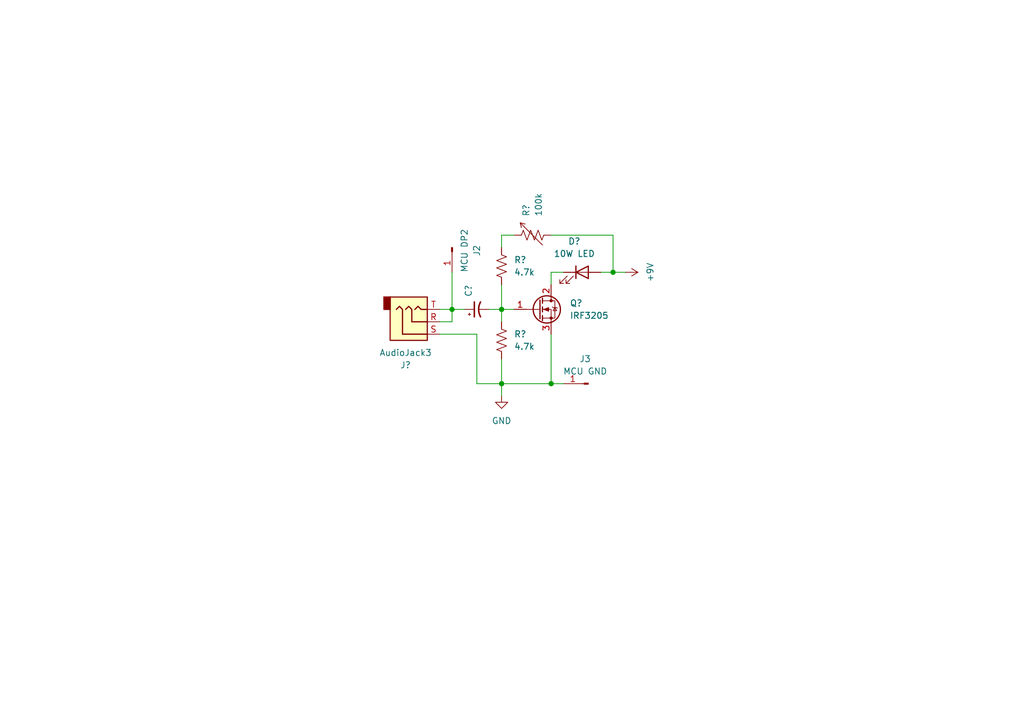
<source format=kicad_sch>
(kicad_sch (version 20231120) (generator "eeschema") (generator_version "8.0")
  (paper "A5")
  (title_block (title "VOLF Enhanced Transmitter") (date "2024-09-26") (rev "1.0") (comment 1 "This schematic depicts a \"demo\" board with a 10W LED and 9V power supply"))
  (lib_symbols
    (symbol "Connector:Conn_01x01_Pin" (pin_names (offset 1.016) hide)
      (property "Reference" "J" (at 0 2.54 0))
      (property "Value" "Conn_01x01_Pin" (at 0 -2.54 0))
      (symbol "Conn_01x01_Pin_1_1"
        (polyline (pts (xy 1.27 0) (xy 0.8636 0)) (stroke (width 0.1524)))
        (rectangle (start 0.8636 0.127) (end 0 -0.127) (stroke (width 0.1524)) (fill (type outline)))
        (pin passive line (at 5.08 0 180) (length 3.81) (name "Pin_1") (number "1"))
      )
    )
    (symbol "Connector_Audio:AudioJack3"
      (property "Reference" "J" (at 0 8.89 0))
      (property "Value" "AudioJack3" (at 0 6.35 0))
      (symbol "AudioJack3_0_1"
        (rectangle (start -5.08 -5.08) (end -6.35 -2.54) (stroke (width 0.254)) (fill (type outline)))
        (polyline (pts (xy 0 -2.54) (xy 0.635 -3.175) (xy 1.27 -2.54) (xy 2.54 -2.54)) (stroke (width 0.254)))
        (polyline (pts (xy -1.905 -2.54) (xy -1.27 -3.175) (xy -0.635 -2.54) (xy -0.635 0) (xy 2.54 0)) (stroke (width 0.254)))
        (polyline (pts (xy 2.54 2.54) (xy -2.54 2.54) (xy -2.54 -2.54) (xy -3.175 -3.175) (xy -3.81 -2.54)) (stroke (width 0.254)))
        (rectangle (start 2.54 3.81) (end -5.08 -5.08) (stroke (width 0.254)) (fill (type background)))
      )
      (symbol "AudioJack3_1_1"
        (pin passive line (at 5.08 0 180) (length 2.54) (name "~") (number "R"))
        (pin passive line (at 5.08 2.54 180) (length 2.54) (name "~") (number "S"))
        (pin passive line (at 5.08 -2.54 180) (length 2.54) (name "~") (number "T"))
      )
    )
    (symbol "Device:C_Polarized_Small_US" (pin_numbers hide) (pin_names (offset 0.254) hide)
      (property "Reference" "C" (at 0.254 1.778 0))
      (property "Value" "C_Polarized_Small_US" (at 0.254 -2.032 0))
      (symbol "C_Polarized_Small_US_0_1"
        (polyline (pts (xy -1.524 0.508) (xy 1.524 0.508)) (stroke (width 0.3048)))
        (polyline (pts (xy -1.27 1.524) (xy -0.762 1.524)))
        (polyline (pts (xy -1.016 1.27) (xy -1.016 1.778)))
        (arc (start 1.524 -0.762) (mid 0 -0.3734) (end -1.524 -0.762) (stroke (width 0.3048)))
      )
      (symbol "C_Polarized_Small_US_1_1"
        (pin passive line (at 0 2.54 270) (length 2.032) (name "~") (number "1"))
        (pin passive line (at 0 -2.54 90) (length 2.032) (name "~") (number "2"))
      )
    )
    (symbol "Device:LED" (pin_numbers hide) (pin_names (offset 1.016) hide)
      (property "Reference" "D" (at 0 2.54 0))
      (property "Value" "LED" (at 0 -2.54 0))
      (symbol "LED_0_1"
        (polyline (pts (xy -1.27 -1.27) (xy -1.27 1.27)) (stroke (width 0.254)))
        (polyline (pts (xy -1.27 0) (xy 1.27 0)))
        (polyline (pts (xy 1.27 -1.27) (xy 1.27 1.27) (xy -1.27 0) (xy 1.27 -1.27)) (stroke (width 0.254)))
        (polyline (pts (xy -3.048 -0.762) (xy -4.572 -2.286) (xy -3.81 -2.286) (xy -4.572 -2.286) (xy -4.572 -1.524)))
        (polyline (pts (xy -1.778 -0.762) (xy -3.302 -2.286) (xy -2.54 -2.286) (xy -3.302 -2.286) (xy -3.302 -1.524)))
      )
      (symbol "LED_1_1"
        (pin passive line (at -3.81 0 0) (length 2.54) (name "K") (number "1"))
        (pin passive line (at 3.81 0 180) (length 2.54) (name "A") (number "2"))
      )
    )
    (symbol "Device:R_US" (pin_numbers hide) (pin_names (offset 0))
      (property "Reference" "R" (at 2.54 0 90))
      (property "Value" "R_US" (at -2.54 0 90))
      (symbol "R_US_0_1"
        (polyline (pts (xy 0 -2.286) (xy 0 -2.54)))
        (polyline (pts (xy 0 2.286) (xy 0 2.54)))
        (polyline (pts (xy 0 -0.762) (xy 1.016 -1.143) (xy 0 -1.524) (xy -1.016 -1.905) (xy 0 -2.286)))
        (polyline (pts (xy 0 0.762) (xy 1.016 0.381) (xy 0 0) (xy -1.016 -0.381) (xy 0 -0.762)))
        (polyline (pts (xy 0 2.286) (xy 1.016 1.905) (xy 0 1.524) (xy -1.016 1.143) (xy 0 0.762)))
      )
      (symbol "R_US_1_1"
        (pin passive line (at 0 3.81 270) (length 1.27) (name "~") (number "1"))
        (pin passive line (at 0 -3.81 90) (length 1.27) (name "~") (number "2"))
      )
    )
    (symbol "Device:R_Variable_US" (pin_numbers hide) (pin_names (offset 0))
      (property "Reference" "R" (at 2.54 -2.54 90))
      (property "Value" "R_Variable_US" (at -2.54 -1.27 90))
      (symbol "R_Variable_US_0_1"
        (polyline (pts (xy 0 -2.286) (xy 0 -2.54)))
        (polyline (pts (xy 0 2.286) (xy 0 2.54)))
        (polyline (pts (xy 0 -0.762) (xy 1.016 -1.143) (xy 0 -1.524) (xy -1.016 -1.905) (xy 0 -2.286)))
        (polyline (pts (xy 0 0.762) (xy 1.016 0.381) (xy 0 0) (xy -1.016 -0.381) (xy 0 -0.762)))
        (polyline (pts (xy 0 2.286) (xy 1.016 1.905) (xy 0 1.524) (xy -1.016 1.143) (xy 0 0.762)) (stroke (width 0.1524)))
        (polyline (pts (xy 2.286 1.524) (xy 2.54 2.54) (xy 1.524 2.286) (xy 2.54 2.54) (xy -2.032 -2.032)) (stroke (width 0.1524)))
      )
      (symbol "R_Variable_US_1_1"
        (pin passive line (at 0 3.81 270) (length 1.27) (name "~") (number "1"))
        (pin passive line (at 0 -3.81 90) (length 1.27) (name "~") (number "2"))
      )
    )
    (symbol "Transistor_FET:IRF3205" (pin_names hide)
      (property "Reference" "Q" (at 5.08 1.905 0))
      (property "Value" "IRF3205" (at 5.08 0 0))
      (symbol "IRF3205_0_1"
        (polyline (pts (xy 0.254 0) (xy -2.54 0)))
        (polyline (pts (xy 0.254 1.905) (xy 0.254 -1.905)) (stroke (width 0.254)))
        (polyline (pts (xy 0.762 -1.27) (xy 0.762 -2.286)) (stroke (width 0.254)))
        (polyline (pts (xy 0.762 0.508) (xy 0.762 -0.508)) (stroke (width 0.254)))
        (polyline (pts (xy 0.762 2.286) (xy 0.762 1.27)) (stroke (width 0.254)))
        (polyline (pts (xy 2.54 2.54) (xy 2.54 1.778)))
        (polyline (pts (xy 2.54 -2.54) (xy 2.54 0) (xy 0.762 0)))
        (polyline (pts (xy 0.762 -1.778) (xy 3.302 -1.778) (xy 3.302 1.778) (xy 0.762 1.778)))
        (polyline (pts (xy 1.016 0) (xy 2.032 0.381) (xy 2.032 -0.381) (xy 1.016 0)) (fill (type outline)))
        (polyline (pts (xy 2.794 0.508) (xy 2.921 0.381) (xy 3.683 0.381) (xy 3.81 0.254)))
        (polyline (pts (xy 3.302 0.381) (xy 2.921 -0.254) (xy 3.683 -0.254) (xy 3.302 0.381)))
        (circle (center 1.651 0) (radius 2.794) (stroke (width 0.254)))
        (circle (center 2.54 -1.778) (radius 0.254) (fill (type outline)))
        (circle (center 2.54 1.778) (radius 0.254) (fill (type outline)))
      )
      (symbol "IRF3205_1_1"
        (pin input line (at -5.08 0 0) (length 2.54) (name "G") (number "1"))
        (pin passive line (at 2.54 5.08 270) (length 2.54) (name "D") (number "2"))
        (pin passive line (at 2.54 -5.08 90) (length 2.54) (name "S") (number "3"))
      )
    )
    (symbol "power:+9V" (power) (pin_numbers hide) (pin_names (offset 0) hide)
      (property "Value" "+9V" (at 0 3.556 0))
      (symbol "+9V_0_1"
        (polyline (pts (xy -0.762 1.27) (xy 0 2.54)))
        (polyline (pts (xy 0 0) (xy 0 2.54)))
        (polyline (pts (xy 0 2.54) (xy 0.762 1.27)))
      )
      (symbol "+9V_1_1"
        (pin power_in line (at 0 0 90) (length 0) (name "~") (number "1"))
      )
    )
    (symbol "power:GND" (power) (pin_numbers hide) (pin_names (offset 0) hide)
      (property "Value" "GND" (at 0 -3.81 0))
      (symbol "GND_0_1"
        (polyline (pts (xy 0 0) (xy 0 -1.27) (xy 1.27 -1.27) (xy 0 -2.54) (xy -1.27 -1.27) (xy 0 -1.27)))
      )
      (symbol "GND_1_1"
        (pin power_in line (at 0 0 270) (length 0) (name "~") (number "1"))
      )
    )
  )
  (junction (at 102.87 78.74))
  (junction (at 92.71 63.5))
  (junction (at 125.73 55.88))
  (junction (at 102.87 63.5))
  (junction (at 113.03 78.74))
  (wire (pts (xy 125.73 48.26) (xy 125.73 55.88)))
  (wire (pts (xy 92.71 63.5) (xy 95.25 63.5)))
  (wire (pts (xy 102.87 63.5) (xy 102.87 66.04)))
  (wire (pts (xy 102.87 50.8) (xy 102.87 48.26)))
  (wire (pts (xy 92.71 55.88) (xy 92.71 63.5)))
  (wire (pts (xy 90.17 63.5) (xy 92.71 63.5)))
  (wire (pts (xy 102.87 78.74) (xy 102.87 73.66)))
  (wire (pts (xy 97.79 68.58) (xy 97.79 78.74)))
  (wire (pts (xy 113.03 55.88) (xy 115.57 55.88)))
  (wire (pts (xy 102.87 48.26) (xy 105.41 48.26)))
  (wire (pts (xy 125.73 55.88) (xy 123.19 55.88)))
  (wire (pts (xy 102.87 78.74) (xy 113.03 78.74)))
  (wire (pts (xy 100.33 63.5) (xy 102.87 63.5)))
  (wire (pts (xy 102.87 63.5) (xy 105.41 63.5)))
  (wire (pts (xy 97.79 78.74) (xy 102.87 78.74)))
  (wire (pts (xy 125.73 48.26) (xy 113.03 48.26)))
  (wire (pts (xy 113.03 68.58) (xy 113.03 78.74)))
  (wire (pts (xy 102.87 58.42) (xy 102.87 63.5)))
  (wire (pts (xy 90.17 68.58) (xy 97.79 68.58)))
  (wire (pts (xy 113.03 55.88) (xy 113.03 58.42)))
  (wire (pts (xy 128.27 55.88) (xy 125.73 55.88)))
  (wire (pts (xy 113.03 78.74) (xy 115.57 78.74)))
  (wire (pts (xy 92.71 63.5) (xy 92.71 66.04)))
  (wire (pts (xy 92.71 66.04) (xy 90.17 66.04)))
  (wire (pts (xy 102.87 81.28) (xy 102.87 78.74)))
  (symbol (lib_id "Device:R_US") (at 102.87 54.61 0) (unit 1)
    (property "Reference" "R?" (at 105.41 53.3399 0) (effects (justify left)))
    (property "Value" "4.7k" (at 105.41 55.8799 0) (effects (justify left)))
    (property "Description" "Resistor, US symbol" (effects (hide yes)))
  )
  (symbol (lib_id "Device:C_Polarized_Small_US") (at 97.79 63.5 90) (unit 1)
    (property "Reference" "C?" (at 96.0881 60.96 0) (effects (justify left)))
    (property "Value" "100u" (effects (hide yes)))
    (property "Description" "Polarized capacitor, small US symbol" (effects (hide yes)))
  )
  (symbol (lib_id "Connector_Audio:AudioJack3") (at 85.09 66.04 0) (mirror x) (unit 1)
    (property "Reference" "J?" (at 83.185 74.93 0))
    (property "Value" "AudioJack3" (at 83.185 72.39 0))
    (property "Description" "Audio Jack, 3 Poles (Stereo / TRS)" (effects (hide yes)))
  )
  (symbol (lib_id "power:GND") (at 102.87 81.28 0) (unit 1)
    (property "Reference" "#PWR?" (effects (hide yes)))
    (property "Value" "GND" (at 102.87 86.36 0))
    (property "Description" "Power symbol creates a global label with name \"GND\" , ground" (effects (hide yes)))
  )
  (symbol (lib_id "Device:R_US") (at 102.87 69.85 0) (unit 1)
    (property "Reference" "R?" (at 105.41 68.5799 0) (effects (justify left)))
    (property "Value" "4.7k" (at 105.41 71.1199 0) (effects (justify left)))
    (property "Description" "Resistor, US symbol" (effects (hide yes)))
  )
  (symbol (lib_id "Transistor_FET:IRF3205") (at 110.49 63.5 0) (unit 1)
    (property "Reference" "Q?" (at 116.84 62.2299 0) (effects (justify left)))
    (property "Value" "IRF3205" (at 116.84 64.7699 0) (effects (justify left)))
    (property "Footprint" "Package_TO_SOT_THT:TO-220-3_Vertical" (effects (hide yes)))
    (property "Datasheet" "http://www.irf.com/product-info/datasheets/data/irf3205.pdf" (effects (hide yes)))
    (property "Description" "110A Id, 55V Vds, Single N-Channel HEXFET Power MOSFET, 8mOhm Ron, TO-220AB" (effects (hide yes)))
  )
  (symbol (lib_id "power:+9V") (at 128.27 55.88 270) (unit 1)
    (property "Reference" "#PWR?" (effects (hide yes)))
    (property "Value" "+9V" (at 133.35 55.88 0))
    (property "Description" "Power symbol creates a global label with name \"+9V\"" (effects (hide yes)))
  )
  (symbol (lib_id "Device:R_Variable_US") (at 109.22 48.26 90) (unit 1)
    (property "Reference" "R?" (at 107.9118 44.45 0) (effects (justify left)))
    (property "Value" "100k" (at 110.4518 44.45 0) (effects (justify left)))
    (property "Description" "Variable resistor, US symbol" (effects (hide yes)))
  )
  (symbol (lib_id "Connector:Conn_01x01_Pin") (at 92.71 50.8 270) (unit 1)
    (property "Reference" "J2" (at 97.79 51.435 0))
    (property "Value" "MCU DP2" (at 95.25 51.435 0))
    (property "Description" "Generic connector, single row, 01x01, script generated" (effects (hide yes)))
  )
  (symbol (lib_id "Device:LED") (at 119.38 55.88 0) (unit 1)
    (property "Reference" "D?" (at 117.7925 49.53 0))
    (property "Value" "10W LED" (at 117.7925 52.07 0))
    (property "Description" "Light emitting diode" (effects (hide yes)))
  )
  (symbol (lib_id "Connector:Conn_01x01_Pin") (at 120.65 78.74 0) (mirror y) (unit 1)
    (property "Reference" "J3" (at 120.015 73.66 0))
    (property "Value" "MCU GND" (at 120.015 76.2 0))
    (property "Description" "Generic connector, single row, 01x01, script generated" (effects (hide yes)))
  )
)
</source>
